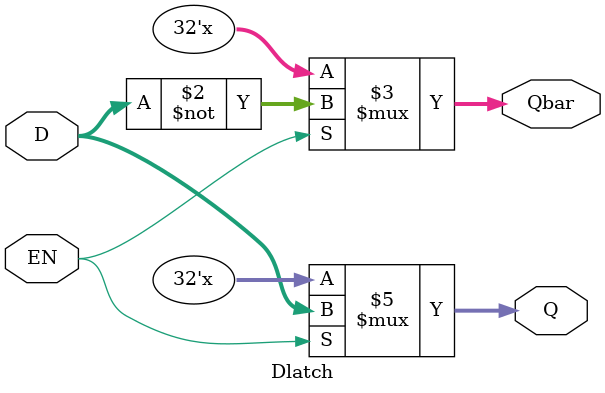
<source format=sv>
/* 
 * SR Latch - simple
 */
module SRlatch #(parameter WIDTH = 32)
					 (input logic [WIDTH-1:0] S, R,
					 output logic [WIDTH-1:0] Q, Qbar);
				  
assign Q = R ^ Qbar;
assign Qbar = S ^ Q;

endmodule 

/* 
 * D Latch
 * similiar to the FLOPR but whitout the clk, reset signals
 */
module Dlatch #(parameter WIDTH = 32)
					 (input logic EN,
					  input logic [WIDTH-1:0] D,
					 output logic [WIDTH-1:0] Q, Qbar);
				  
always @(D or EN)
	if(EN) begin
		Q <= D;
		Qbar <= ~D;
	end

endmodule 
</source>
